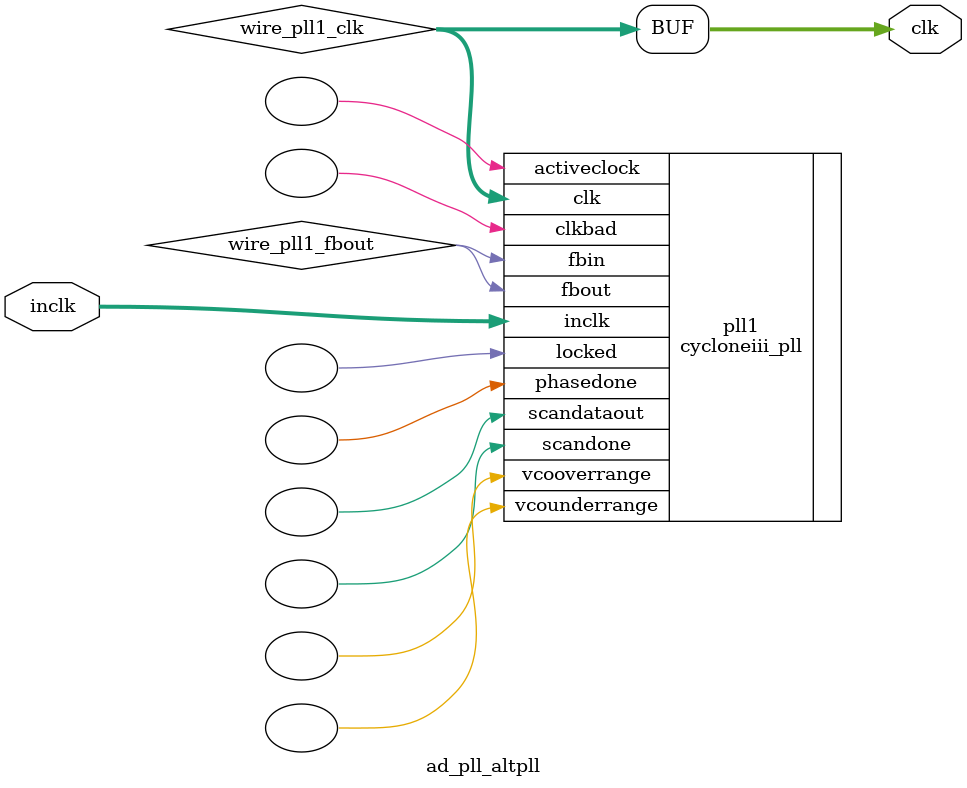
<source format=v>






//synthesis_resources = cycloneiii_pll 1 
//synopsys translate_off
`timescale 1 ps / 1 ps
//synopsys translate_on
module  ad_pll_altpll
	( 
	clk,
	inclk) /* synthesis synthesis_clearbox=1 */;
	output   [4:0]  clk;
	input   [1:0]  inclk;
`ifndef ALTERA_RESERVED_QIS
// synopsys translate_off
`endif
	tri0   [1:0]  inclk;
`ifndef ALTERA_RESERVED_QIS
// synopsys translate_on
`endif

	wire  [4:0]   wire_pll1_clk;
	wire  wire_pll1_fbout;

	cycloneiii_pll   pll1
	( 
	.activeclock(),
	.clk(wire_pll1_clk),
	.clkbad(),
	.fbin(wire_pll1_fbout),
	.fbout(wire_pll1_fbout),
	.inclk(inclk),
	.locked(),
	.phasedone(),
	.scandataout(),
	.scandone(),
	.vcooverrange(),
	.vcounderrange()
	`ifndef FORMAL_VERIFICATION
	// synopsys translate_off
	`endif
	,
	.areset(1'b0),
	.clkswitch(1'b0),
	.configupdate(1'b0),
	.pfdena(1'b1),
	.phasecounterselect({3{1'b0}}),
	.phasestep(1'b0),
	.phaseupdown(1'b0),
	.scanclk(1'b0),
	.scanclkena(1'b1),
	.scandata(1'b0)
	`ifndef FORMAL_VERIFICATION
	// synopsys translate_on
	`endif
	);
	defparam
		pll1.bandwidth_type = "auto",
		pll1.clk0_divide_by = 2,
		pll1.clk0_duty_cycle = 50,
		pll1.clk0_multiply_by = 1,
		pll1.clk0_phase_shift = "0",
		pll1.clk1_divide_by = 4,
		pll1.clk1_duty_cycle = 50,
		pll1.clk1_multiply_by = 1,
		pll1.clk1_phase_shift = "0",
		pll1.compensate_clock = "clk0",
		pll1.inclk0_input_frequency = 10000,
		pll1.operation_mode = "normal",
		pll1.pll_type = "auto",
		pll1.lpm_type = "cycloneiii_pll";
	assign
		clk = {wire_pll1_clk[4:0]};
endmodule //ad_pll_altpll
//VALID FILE

</source>
